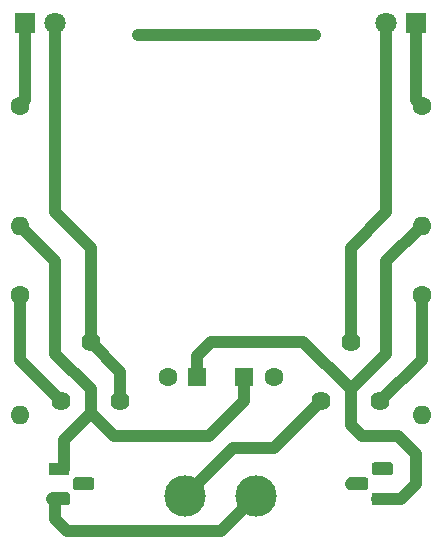
<source format=gbr>
G04 #@! TF.GenerationSoftware,KiCad,Pcbnew,(6.0.0-rc1-dev-318-g6fdc5972f)*
G04 #@! TF.CreationDate,2018-11-24T11:42:07+01:00*
G04 #@! TF.ProjectId,Frack_KnipperLedPrint,467261636B5F4B6E69707065724C6564,rev?*
G04 #@! TF.SameCoordinates,Original*
G04 #@! TF.FileFunction,Copper,L2,Bot,Signal*
G04 #@! TF.FilePolarity,Positive*
%FSLAX46Y46*%
G04 Gerber Fmt 4.6, Leading zero omitted, Abs format (unit mm)*
G04 Created by KiCad (PCBNEW (6.0.0-rc1-dev-318-g6fdc5972f)) date 11/24/18 11:42:07*
%MOMM*%
%LPD*%
G01*
G04 APERTURE LIST*
G04 #@! TA.AperFunction,Conductor*
%ADD10C,0.100000*%
G04 #@! TD*
G04 #@! TA.AperFunction,ComponentPad*
%ADD11C,1.100000*%
G04 #@! TD*
G04 #@! TA.AperFunction,ComponentPad*
%ADD12R,1.800000X1.100000*%
G04 #@! TD*
G04 #@! TA.AperFunction,ComponentPad*
%ADD13C,3.500120*%
G04 #@! TD*
G04 #@! TA.AperFunction,ComponentPad*
%ADD14O,1.600000X1.600000*%
G04 #@! TD*
G04 #@! TA.AperFunction,ComponentPad*
%ADD15C,1.600000*%
G04 #@! TD*
G04 #@! TA.AperFunction,ComponentPad*
%ADD16C,1.620000*%
G04 #@! TD*
G04 #@! TA.AperFunction,ComponentPad*
%ADD17C,1.800000*%
G04 #@! TD*
G04 #@! TA.AperFunction,ComponentPad*
%ADD18R,1.800000X1.800000*%
G04 #@! TD*
G04 #@! TA.AperFunction,ComponentPad*
%ADD19R,1.600000X1.600000*%
G04 #@! TD*
G04 #@! TA.AperFunction,Conductor*
%ADD20C,1.000000*%
G04 #@! TD*
G04 APERTURE END LIST*
D10*
G04 #@! TO.N,Net-(C2-Pad2)*
G04 #@! TO.C,Q1*
G36*
X9051955Y-43451324D02*
X9078650Y-43455284D01*
X9104828Y-43461841D01*
X9130238Y-43470933D01*
X9154634Y-43482472D01*
X9177782Y-43496346D01*
X9199458Y-43512422D01*
X9219454Y-43530546D01*
X9237578Y-43550542D01*
X9253654Y-43572218D01*
X9267528Y-43595366D01*
X9279067Y-43619762D01*
X9288159Y-43645172D01*
X9294716Y-43671350D01*
X9298676Y-43698045D01*
X9300000Y-43725000D01*
X9300000Y-44275000D01*
X9298676Y-44301955D01*
X9294716Y-44328650D01*
X9288159Y-44354828D01*
X9279067Y-44380238D01*
X9267528Y-44404634D01*
X9253654Y-44427782D01*
X9237578Y-44449458D01*
X9219454Y-44469454D01*
X9199458Y-44487578D01*
X9177782Y-44503654D01*
X9154634Y-44517528D01*
X9130238Y-44529067D01*
X9104828Y-44538159D01*
X9078650Y-44544716D01*
X9051955Y-44548676D01*
X9025000Y-44550000D01*
X7775000Y-44550000D01*
X7748045Y-44548676D01*
X7721350Y-44544716D01*
X7695172Y-44538159D01*
X7669762Y-44529067D01*
X7645366Y-44517528D01*
X7622218Y-44503654D01*
X7600542Y-44487578D01*
X7580546Y-44469454D01*
X7562422Y-44449458D01*
X7546346Y-44427782D01*
X7532472Y-44404634D01*
X7520933Y-44380238D01*
X7511841Y-44354828D01*
X7505284Y-44328650D01*
X7501324Y-44301955D01*
X7500000Y-44275000D01*
X7500000Y-43725000D01*
X7501324Y-43698045D01*
X7505284Y-43671350D01*
X7511841Y-43645172D01*
X7520933Y-43619762D01*
X7532472Y-43595366D01*
X7546346Y-43572218D01*
X7562422Y-43550542D01*
X7580546Y-43530546D01*
X7600542Y-43512422D01*
X7622218Y-43496346D01*
X7645366Y-43482472D01*
X7669762Y-43470933D01*
X7695172Y-43461841D01*
X7721350Y-43455284D01*
X7748045Y-43451324D01*
X7775000Y-43450000D01*
X9025000Y-43450000D01*
X9051955Y-43451324D01*
X9051955Y-43451324D01*
G37*
D11*
G04 #@! TD*
G04 #@! TO.P,Q1,2*
G04 #@! TO.N,Net-(C2-Pad2)*
X8400000Y-44000000D03*
D10*
G04 #@! TO.N,GND*
G04 #@! TO.C,Q1*
G36*
X6981955Y-44721324D02*
X7008650Y-44725284D01*
X7034828Y-44731841D01*
X7060238Y-44740933D01*
X7084634Y-44752472D01*
X7107782Y-44766346D01*
X7129458Y-44782422D01*
X7149454Y-44800546D01*
X7167578Y-44820542D01*
X7183654Y-44842218D01*
X7197528Y-44865366D01*
X7209067Y-44889762D01*
X7218159Y-44915172D01*
X7224716Y-44941350D01*
X7228676Y-44968045D01*
X7230000Y-44995000D01*
X7230000Y-45545000D01*
X7228676Y-45571955D01*
X7224716Y-45598650D01*
X7218159Y-45624828D01*
X7209067Y-45650238D01*
X7197528Y-45674634D01*
X7183654Y-45697782D01*
X7167578Y-45719458D01*
X7149454Y-45739454D01*
X7129458Y-45757578D01*
X7107782Y-45773654D01*
X7084634Y-45787528D01*
X7060238Y-45799067D01*
X7034828Y-45808159D01*
X7008650Y-45814716D01*
X6981955Y-45818676D01*
X6955000Y-45820000D01*
X5705000Y-45820000D01*
X5678045Y-45818676D01*
X5651350Y-45814716D01*
X5625172Y-45808159D01*
X5599762Y-45799067D01*
X5575366Y-45787528D01*
X5552218Y-45773654D01*
X5530542Y-45757578D01*
X5510546Y-45739454D01*
X5492422Y-45719458D01*
X5476346Y-45697782D01*
X5462472Y-45674634D01*
X5450933Y-45650238D01*
X5441841Y-45624828D01*
X5435284Y-45598650D01*
X5431324Y-45571955D01*
X5430000Y-45545000D01*
X5430000Y-44995000D01*
X5431324Y-44968045D01*
X5435284Y-44941350D01*
X5441841Y-44915172D01*
X5450933Y-44889762D01*
X5462472Y-44865366D01*
X5476346Y-44842218D01*
X5492422Y-44820542D01*
X5510546Y-44800546D01*
X5530542Y-44782422D01*
X5552218Y-44766346D01*
X5575366Y-44752472D01*
X5599762Y-44740933D01*
X5625172Y-44731841D01*
X5651350Y-44725284D01*
X5678045Y-44721324D01*
X5705000Y-44720000D01*
X6955000Y-44720000D01*
X6981955Y-44721324D01*
X6981955Y-44721324D01*
G37*
D11*
G04 #@! TD*
G04 #@! TO.P,Q1,3*
G04 #@! TO.N,GND*
X6330000Y-45270000D03*
D12*
G04 #@! TO.P,Q1,1*
G04 #@! TO.N,Net-(C1-Pad1)*
X6330000Y-42730000D03*
G04 #@! TD*
D13*
G04 #@! TO.P,J1,1*
G04 #@! TO.N,Net-(D1-Pad2)*
X17000000Y-45000000D03*
G04 #@! TD*
D12*
G04 #@! TO.P,Q2,1*
G04 #@! TO.N,Net-(C2-Pad1)*
X33670000Y-45270000D03*
D10*
G04 #@! TD*
G04 #@! TO.N,GND*
G04 #@! TO.C,Q2*
G36*
X34321955Y-42181324D02*
X34348650Y-42185284D01*
X34374828Y-42191841D01*
X34400238Y-42200933D01*
X34424634Y-42212472D01*
X34447782Y-42226346D01*
X34469458Y-42242422D01*
X34489454Y-42260546D01*
X34507578Y-42280542D01*
X34523654Y-42302218D01*
X34537528Y-42325366D01*
X34549067Y-42349762D01*
X34558159Y-42375172D01*
X34564716Y-42401350D01*
X34568676Y-42428045D01*
X34570000Y-42455000D01*
X34570000Y-43005000D01*
X34568676Y-43031955D01*
X34564716Y-43058650D01*
X34558159Y-43084828D01*
X34549067Y-43110238D01*
X34537528Y-43134634D01*
X34523654Y-43157782D01*
X34507578Y-43179458D01*
X34489454Y-43199454D01*
X34469458Y-43217578D01*
X34447782Y-43233654D01*
X34424634Y-43247528D01*
X34400238Y-43259067D01*
X34374828Y-43268159D01*
X34348650Y-43274716D01*
X34321955Y-43278676D01*
X34295000Y-43280000D01*
X33045000Y-43280000D01*
X33018045Y-43278676D01*
X32991350Y-43274716D01*
X32965172Y-43268159D01*
X32939762Y-43259067D01*
X32915366Y-43247528D01*
X32892218Y-43233654D01*
X32870542Y-43217578D01*
X32850546Y-43199454D01*
X32832422Y-43179458D01*
X32816346Y-43157782D01*
X32802472Y-43134634D01*
X32790933Y-43110238D01*
X32781841Y-43084828D01*
X32775284Y-43058650D01*
X32771324Y-43031955D01*
X32770000Y-43005000D01*
X32770000Y-42455000D01*
X32771324Y-42428045D01*
X32775284Y-42401350D01*
X32781841Y-42375172D01*
X32790933Y-42349762D01*
X32802472Y-42325366D01*
X32816346Y-42302218D01*
X32832422Y-42280542D01*
X32850546Y-42260546D01*
X32870542Y-42242422D01*
X32892218Y-42226346D01*
X32915366Y-42212472D01*
X32939762Y-42200933D01*
X32965172Y-42191841D01*
X32991350Y-42185284D01*
X33018045Y-42181324D01*
X33045000Y-42180000D01*
X34295000Y-42180000D01*
X34321955Y-42181324D01*
X34321955Y-42181324D01*
G37*
D11*
G04 #@! TO.P,Q2,3*
G04 #@! TO.N,GND*
X33670000Y-42730000D03*
D10*
G04 #@! TD*
G04 #@! TO.N,Net-(C1-Pad2)*
G04 #@! TO.C,Q2*
G36*
X32251955Y-43451324D02*
X32278650Y-43455284D01*
X32304828Y-43461841D01*
X32330238Y-43470933D01*
X32354634Y-43482472D01*
X32377782Y-43496346D01*
X32399458Y-43512422D01*
X32419454Y-43530546D01*
X32437578Y-43550542D01*
X32453654Y-43572218D01*
X32467528Y-43595366D01*
X32479067Y-43619762D01*
X32488159Y-43645172D01*
X32494716Y-43671350D01*
X32498676Y-43698045D01*
X32500000Y-43725000D01*
X32500000Y-44275000D01*
X32498676Y-44301955D01*
X32494716Y-44328650D01*
X32488159Y-44354828D01*
X32479067Y-44380238D01*
X32467528Y-44404634D01*
X32453654Y-44427782D01*
X32437578Y-44449458D01*
X32419454Y-44469454D01*
X32399458Y-44487578D01*
X32377782Y-44503654D01*
X32354634Y-44517528D01*
X32330238Y-44529067D01*
X32304828Y-44538159D01*
X32278650Y-44544716D01*
X32251955Y-44548676D01*
X32225000Y-44550000D01*
X30975000Y-44550000D01*
X30948045Y-44548676D01*
X30921350Y-44544716D01*
X30895172Y-44538159D01*
X30869762Y-44529067D01*
X30845366Y-44517528D01*
X30822218Y-44503654D01*
X30800542Y-44487578D01*
X30780546Y-44469454D01*
X30762422Y-44449458D01*
X30746346Y-44427782D01*
X30732472Y-44404634D01*
X30720933Y-44380238D01*
X30711841Y-44354828D01*
X30705284Y-44328650D01*
X30701324Y-44301955D01*
X30700000Y-44275000D01*
X30700000Y-43725000D01*
X30701324Y-43698045D01*
X30705284Y-43671350D01*
X30711841Y-43645172D01*
X30720933Y-43619762D01*
X30732472Y-43595366D01*
X30746346Y-43572218D01*
X30762422Y-43550542D01*
X30780546Y-43530546D01*
X30800542Y-43512422D01*
X30822218Y-43496346D01*
X30845366Y-43482472D01*
X30869762Y-43470933D01*
X30895172Y-43461841D01*
X30921350Y-43455284D01*
X30948045Y-43451324D01*
X30975000Y-43450000D01*
X32225000Y-43450000D01*
X32251955Y-43451324D01*
X32251955Y-43451324D01*
G37*
D11*
G04 #@! TO.P,Q2,2*
G04 #@! TO.N,Net-(C1-Pad2)*
X31600000Y-44000000D03*
G04 #@! TD*
D13*
G04 #@! TO.P,J2,1*
G04 #@! TO.N,GND*
X23000000Y-45000000D03*
G04 #@! TD*
D14*
G04 #@! TO.P,R3,2*
G04 #@! TO.N,Net-(C2-Pad2)*
X3000000Y-38160000D03*
D15*
G04 #@! TO.P,R3,1*
G04 #@! TO.N,Net-(R3-Pad1)*
X3000000Y-28000000D03*
G04 #@! TD*
D14*
G04 #@! TO.P,R4,2*
G04 #@! TO.N,Net-(C2-Pad1)*
X37000000Y-22160000D03*
D15*
G04 #@! TO.P,R4,1*
G04 #@! TO.N,Net-(D2-Pad1)*
X37000000Y-12000000D03*
G04 #@! TD*
G04 #@! TO.P,R1,1*
G04 #@! TO.N,Net-(D1-Pad1)*
X3000000Y-12000000D03*
D14*
G04 #@! TO.P,R1,2*
G04 #@! TO.N,Net-(C1-Pad1)*
X3000000Y-22160000D03*
G04 #@! TD*
D16*
G04 #@! TO.P,RV1,3*
G04 #@! TO.N,Net-(D1-Pad2)*
X28500000Y-37000000D03*
G04 #@! TO.P,RV1,2*
X31000000Y-32000000D03*
G04 #@! TO.P,RV1,1*
G04 #@! TO.N,Net-(R2-Pad1)*
X33500000Y-37000000D03*
G04 #@! TD*
G04 #@! TO.P,RV2,1*
G04 #@! TO.N,Net-(D1-Pad2)*
X11500000Y-37000000D03*
G04 #@! TO.P,RV2,2*
X9000000Y-32000000D03*
G04 #@! TO.P,RV2,3*
G04 #@! TO.N,Net-(R3-Pad1)*
X6500000Y-37000000D03*
G04 #@! TD*
D15*
G04 #@! TO.P,R2,1*
G04 #@! TO.N,Net-(R2-Pad1)*
X37000000Y-28000000D03*
D14*
G04 #@! TO.P,R2,2*
G04 #@! TO.N,Net-(C1-Pad2)*
X37000000Y-38160000D03*
G04 #@! TD*
D17*
G04 #@! TO.P,D2,2*
G04 #@! TO.N,Net-(D1-Pad2)*
X34000000Y-5000000D03*
D18*
G04 #@! TO.P,D2,1*
G04 #@! TO.N,Net-(D2-Pad1)*
X36540000Y-5000000D03*
G04 #@! TD*
D19*
G04 #@! TO.P,C1,1*
G04 #@! TO.N,Net-(C1-Pad1)*
X22000000Y-35000000D03*
D15*
G04 #@! TO.P,C1,2*
G04 #@! TO.N,Net-(C1-Pad2)*
X24500000Y-35000000D03*
G04 #@! TD*
G04 #@! TO.P,C2,2*
G04 #@! TO.N,Net-(C2-Pad2)*
X15500000Y-35000000D03*
D19*
G04 #@! TO.P,C2,1*
G04 #@! TO.N,Net-(C2-Pad1)*
X18000000Y-35000000D03*
G04 #@! TD*
D18*
G04 #@! TO.P,D1,1*
G04 #@! TO.N,Net-(D1-Pad1)*
X3460000Y-5000000D03*
D17*
G04 #@! TO.P,D1,2*
G04 #@! TO.N,Net-(D1-Pad2)*
X6000000Y-5000000D03*
G04 #@! TD*
D20*
G04 #@! TO.N,*
X13000000Y-6000000D02*
X28000000Y-6000000D01*
G04 #@! TO.N,Net-(C1-Pad1)*
X3000000Y-22160000D02*
X6000000Y-25160000D01*
X6000000Y-25160000D02*
X6000000Y-33000000D01*
X6000000Y-33000000D02*
X9000000Y-36000000D01*
X9000000Y-36000000D02*
X9000000Y-38000000D01*
X9000000Y-38000000D02*
X11000000Y-40000000D01*
X11000000Y-40000000D02*
X19000000Y-40000000D01*
X22000000Y-37000000D02*
X22000000Y-35000000D01*
X19000000Y-40000000D02*
X22000000Y-37000000D01*
X6730000Y-40270000D02*
X9000000Y-38000000D01*
X6730000Y-42730000D02*
X6730000Y-40270000D01*
G04 #@! TO.N,Net-(C1-Pad2)*
X31000000Y-44000000D02*
X32000000Y-44000000D01*
G04 #@! TO.N,Net-(C2-Pad1)*
X34000000Y-25160000D02*
X34000000Y-33000000D01*
X37000000Y-22160000D02*
X34000000Y-25160000D01*
X34000000Y-33000000D02*
X31000000Y-36000000D01*
X18000000Y-33200000D02*
X18000000Y-35000000D01*
X19200000Y-32000000D02*
X18000000Y-33200000D01*
X27000000Y-32000000D02*
X19200000Y-32000000D01*
X31000000Y-36000000D02*
X27000000Y-32000000D01*
X35230000Y-45270000D02*
X33270000Y-45270000D01*
X31000000Y-39000000D02*
X32000000Y-40000000D01*
X32000000Y-40000000D02*
X35000000Y-40000000D01*
X31000000Y-36000000D02*
X31000000Y-39000000D01*
X35000000Y-40000000D02*
X36500000Y-41500000D01*
X36500000Y-41500000D02*
X36500000Y-44000000D01*
X36500000Y-44000000D02*
X35230000Y-45270000D01*
G04 #@! TO.N,Net-(D1-Pad1)*
X3460000Y-11540000D02*
X3000000Y-12000000D01*
X3460000Y-5000000D02*
X3460000Y-11540000D01*
G04 #@! TO.N,Net-(D1-Pad2)*
X6000000Y-5000000D02*
X6000000Y-21000000D01*
X9000000Y-30854488D02*
X9000000Y-32000000D01*
X9000000Y-24000000D02*
X9000000Y-30854488D01*
X6000000Y-21000000D02*
X9000000Y-24000000D01*
X11500000Y-34500000D02*
X11500000Y-37000000D01*
X9000000Y-32000000D02*
X11500000Y-34500000D01*
X34000000Y-5000000D02*
X34000000Y-21000000D01*
X31000000Y-24000000D02*
X31000000Y-32000000D01*
X34000000Y-21000000D02*
X31000000Y-24000000D01*
X17000000Y-45000000D02*
X21000000Y-41000000D01*
X24500000Y-41000000D02*
X28500000Y-37000000D01*
X21000000Y-41000000D02*
X24500000Y-41000000D01*
G04 #@! TO.N,Net-(D2-Pad1)*
X36540000Y-11540000D02*
X37000000Y-12000000D01*
X36540000Y-5000000D02*
X36540000Y-11540000D01*
G04 #@! TO.N,GND*
X6730000Y-45270000D02*
X5730000Y-45270000D01*
X5730000Y-45270000D02*
X6000000Y-45540000D01*
X6000000Y-45540000D02*
X6000000Y-47000000D01*
X6000000Y-47000000D02*
X7000000Y-48000000D01*
X20000000Y-48000000D02*
X23000000Y-45000000D01*
X7000000Y-48000000D02*
X20000000Y-48000000D01*
G04 #@! TO.N,Net-(R2-Pad1)*
X37000000Y-33500000D02*
X33500000Y-37000000D01*
X37000000Y-28000000D02*
X37000000Y-33500000D01*
G04 #@! TO.N,Net-(R3-Pad1)*
X3000000Y-33500000D02*
X6500000Y-37000000D01*
X3000000Y-28000000D02*
X3000000Y-33500000D01*
G04 #@! TD*
M02*

</source>
